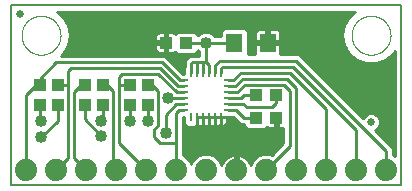
<source format=gtl>
G75*
%MOIN*%
%OFA0B0*%
%FSLAX25Y25*%
%IPPOS*%
%LPD*%
%AMOC8*
5,1,8,0,0,1.08239X$1,22.5*
%
%ADD10C,0.00800*%
%ADD11R,0.02756X0.01142*%
%ADD12R,0.01142X0.02756*%
%ADD13R,0.04331X0.03937*%
%ADD14R,0.05512X0.06299*%
%ADD15R,0.03937X0.04331*%
%ADD16C,0.00000*%
%ADD17C,0.07400*%
%ADD18C,0.02500*%
%ADD19C,0.01000*%
%ADD20C,0.04000*%
D10*
X0002250Y0010500D02*
X0132250Y0010500D01*
X0132250Y0070500D01*
X0002250Y0070500D01*
X0002250Y0010500D01*
D11*
X0059868Y0035579D03*
X0059868Y0037547D03*
X0059868Y0039516D03*
X0059868Y0041484D03*
X0059868Y0043453D03*
X0059868Y0045421D03*
X0074632Y0045421D03*
X0074632Y0043453D03*
X0074632Y0041484D03*
X0074632Y0039516D03*
X0074632Y0037547D03*
X0074632Y0035579D03*
D12*
X0072171Y0033118D03*
X0070203Y0033118D03*
X0068234Y0033118D03*
X0066266Y0033118D03*
X0064297Y0033118D03*
X0062329Y0033118D03*
X0062329Y0047882D03*
X0064297Y0047882D03*
X0066266Y0047882D03*
X0068234Y0047882D03*
X0070203Y0047882D03*
X0072171Y0047882D03*
D13*
X0083904Y0040500D03*
X0090596Y0040500D03*
X0090596Y0033000D03*
X0083904Y0033000D03*
X0060596Y0058000D03*
X0053904Y0058000D03*
D14*
X0076738Y0058000D03*
X0087762Y0058000D03*
D15*
X0047750Y0043846D03*
X0041750Y0043846D03*
X0032750Y0043846D03*
X0026750Y0043846D03*
X0017750Y0043846D03*
X0011750Y0043846D03*
X0011750Y0037154D03*
X0017750Y0037154D03*
X0026750Y0037154D03*
X0032750Y0037154D03*
X0041750Y0037154D03*
X0047750Y0037154D03*
D16*
X0005750Y0060500D02*
X0005752Y0060661D01*
X0005758Y0060821D01*
X0005768Y0060982D01*
X0005782Y0061142D01*
X0005800Y0061302D01*
X0005821Y0061461D01*
X0005847Y0061620D01*
X0005877Y0061778D01*
X0005910Y0061935D01*
X0005948Y0062092D01*
X0005989Y0062247D01*
X0006034Y0062401D01*
X0006083Y0062554D01*
X0006136Y0062706D01*
X0006192Y0062857D01*
X0006253Y0063006D01*
X0006316Y0063154D01*
X0006384Y0063300D01*
X0006455Y0063444D01*
X0006529Y0063586D01*
X0006607Y0063727D01*
X0006689Y0063865D01*
X0006774Y0064002D01*
X0006862Y0064136D01*
X0006954Y0064268D01*
X0007049Y0064398D01*
X0007147Y0064526D01*
X0007248Y0064651D01*
X0007352Y0064773D01*
X0007459Y0064893D01*
X0007569Y0065010D01*
X0007682Y0065125D01*
X0007798Y0065236D01*
X0007917Y0065345D01*
X0008038Y0065450D01*
X0008162Y0065553D01*
X0008288Y0065653D01*
X0008416Y0065749D01*
X0008547Y0065842D01*
X0008681Y0065932D01*
X0008816Y0066019D01*
X0008954Y0066102D01*
X0009093Y0066182D01*
X0009235Y0066258D01*
X0009378Y0066331D01*
X0009523Y0066400D01*
X0009670Y0066466D01*
X0009818Y0066528D01*
X0009968Y0066586D01*
X0010119Y0066641D01*
X0010272Y0066692D01*
X0010426Y0066739D01*
X0010581Y0066782D01*
X0010737Y0066821D01*
X0010893Y0066857D01*
X0011051Y0066888D01*
X0011209Y0066916D01*
X0011368Y0066940D01*
X0011528Y0066960D01*
X0011688Y0066976D01*
X0011848Y0066988D01*
X0012009Y0066996D01*
X0012170Y0067000D01*
X0012330Y0067000D01*
X0012491Y0066996D01*
X0012652Y0066988D01*
X0012812Y0066976D01*
X0012972Y0066960D01*
X0013132Y0066940D01*
X0013291Y0066916D01*
X0013449Y0066888D01*
X0013607Y0066857D01*
X0013763Y0066821D01*
X0013919Y0066782D01*
X0014074Y0066739D01*
X0014228Y0066692D01*
X0014381Y0066641D01*
X0014532Y0066586D01*
X0014682Y0066528D01*
X0014830Y0066466D01*
X0014977Y0066400D01*
X0015122Y0066331D01*
X0015265Y0066258D01*
X0015407Y0066182D01*
X0015546Y0066102D01*
X0015684Y0066019D01*
X0015819Y0065932D01*
X0015953Y0065842D01*
X0016084Y0065749D01*
X0016212Y0065653D01*
X0016338Y0065553D01*
X0016462Y0065450D01*
X0016583Y0065345D01*
X0016702Y0065236D01*
X0016818Y0065125D01*
X0016931Y0065010D01*
X0017041Y0064893D01*
X0017148Y0064773D01*
X0017252Y0064651D01*
X0017353Y0064526D01*
X0017451Y0064398D01*
X0017546Y0064268D01*
X0017638Y0064136D01*
X0017726Y0064002D01*
X0017811Y0063865D01*
X0017893Y0063727D01*
X0017971Y0063586D01*
X0018045Y0063444D01*
X0018116Y0063300D01*
X0018184Y0063154D01*
X0018247Y0063006D01*
X0018308Y0062857D01*
X0018364Y0062706D01*
X0018417Y0062554D01*
X0018466Y0062401D01*
X0018511Y0062247D01*
X0018552Y0062092D01*
X0018590Y0061935D01*
X0018623Y0061778D01*
X0018653Y0061620D01*
X0018679Y0061461D01*
X0018700Y0061302D01*
X0018718Y0061142D01*
X0018732Y0060982D01*
X0018742Y0060821D01*
X0018748Y0060661D01*
X0018750Y0060500D01*
X0018748Y0060339D01*
X0018742Y0060179D01*
X0018732Y0060018D01*
X0018718Y0059858D01*
X0018700Y0059698D01*
X0018679Y0059539D01*
X0018653Y0059380D01*
X0018623Y0059222D01*
X0018590Y0059065D01*
X0018552Y0058908D01*
X0018511Y0058753D01*
X0018466Y0058599D01*
X0018417Y0058446D01*
X0018364Y0058294D01*
X0018308Y0058143D01*
X0018247Y0057994D01*
X0018184Y0057846D01*
X0018116Y0057700D01*
X0018045Y0057556D01*
X0017971Y0057414D01*
X0017893Y0057273D01*
X0017811Y0057135D01*
X0017726Y0056998D01*
X0017638Y0056864D01*
X0017546Y0056732D01*
X0017451Y0056602D01*
X0017353Y0056474D01*
X0017252Y0056349D01*
X0017148Y0056227D01*
X0017041Y0056107D01*
X0016931Y0055990D01*
X0016818Y0055875D01*
X0016702Y0055764D01*
X0016583Y0055655D01*
X0016462Y0055550D01*
X0016338Y0055447D01*
X0016212Y0055347D01*
X0016084Y0055251D01*
X0015953Y0055158D01*
X0015819Y0055068D01*
X0015684Y0054981D01*
X0015546Y0054898D01*
X0015407Y0054818D01*
X0015265Y0054742D01*
X0015122Y0054669D01*
X0014977Y0054600D01*
X0014830Y0054534D01*
X0014682Y0054472D01*
X0014532Y0054414D01*
X0014381Y0054359D01*
X0014228Y0054308D01*
X0014074Y0054261D01*
X0013919Y0054218D01*
X0013763Y0054179D01*
X0013607Y0054143D01*
X0013449Y0054112D01*
X0013291Y0054084D01*
X0013132Y0054060D01*
X0012972Y0054040D01*
X0012812Y0054024D01*
X0012652Y0054012D01*
X0012491Y0054004D01*
X0012330Y0054000D01*
X0012170Y0054000D01*
X0012009Y0054004D01*
X0011848Y0054012D01*
X0011688Y0054024D01*
X0011528Y0054040D01*
X0011368Y0054060D01*
X0011209Y0054084D01*
X0011051Y0054112D01*
X0010893Y0054143D01*
X0010737Y0054179D01*
X0010581Y0054218D01*
X0010426Y0054261D01*
X0010272Y0054308D01*
X0010119Y0054359D01*
X0009968Y0054414D01*
X0009818Y0054472D01*
X0009670Y0054534D01*
X0009523Y0054600D01*
X0009378Y0054669D01*
X0009235Y0054742D01*
X0009093Y0054818D01*
X0008954Y0054898D01*
X0008816Y0054981D01*
X0008681Y0055068D01*
X0008547Y0055158D01*
X0008416Y0055251D01*
X0008288Y0055347D01*
X0008162Y0055447D01*
X0008038Y0055550D01*
X0007917Y0055655D01*
X0007798Y0055764D01*
X0007682Y0055875D01*
X0007569Y0055990D01*
X0007459Y0056107D01*
X0007352Y0056227D01*
X0007248Y0056349D01*
X0007147Y0056474D01*
X0007049Y0056602D01*
X0006954Y0056732D01*
X0006862Y0056864D01*
X0006774Y0056998D01*
X0006689Y0057135D01*
X0006607Y0057273D01*
X0006529Y0057414D01*
X0006455Y0057556D01*
X0006384Y0057700D01*
X0006316Y0057846D01*
X0006253Y0057994D01*
X0006192Y0058143D01*
X0006136Y0058294D01*
X0006083Y0058446D01*
X0006034Y0058599D01*
X0005989Y0058753D01*
X0005948Y0058908D01*
X0005910Y0059065D01*
X0005877Y0059222D01*
X0005847Y0059380D01*
X0005821Y0059539D01*
X0005800Y0059698D01*
X0005782Y0059858D01*
X0005768Y0060018D01*
X0005758Y0060179D01*
X0005752Y0060339D01*
X0005750Y0060500D01*
X0115750Y0060500D02*
X0115752Y0060661D01*
X0115758Y0060821D01*
X0115768Y0060982D01*
X0115782Y0061142D01*
X0115800Y0061302D01*
X0115821Y0061461D01*
X0115847Y0061620D01*
X0115877Y0061778D01*
X0115910Y0061935D01*
X0115948Y0062092D01*
X0115989Y0062247D01*
X0116034Y0062401D01*
X0116083Y0062554D01*
X0116136Y0062706D01*
X0116192Y0062857D01*
X0116253Y0063006D01*
X0116316Y0063154D01*
X0116384Y0063300D01*
X0116455Y0063444D01*
X0116529Y0063586D01*
X0116607Y0063727D01*
X0116689Y0063865D01*
X0116774Y0064002D01*
X0116862Y0064136D01*
X0116954Y0064268D01*
X0117049Y0064398D01*
X0117147Y0064526D01*
X0117248Y0064651D01*
X0117352Y0064773D01*
X0117459Y0064893D01*
X0117569Y0065010D01*
X0117682Y0065125D01*
X0117798Y0065236D01*
X0117917Y0065345D01*
X0118038Y0065450D01*
X0118162Y0065553D01*
X0118288Y0065653D01*
X0118416Y0065749D01*
X0118547Y0065842D01*
X0118681Y0065932D01*
X0118816Y0066019D01*
X0118954Y0066102D01*
X0119093Y0066182D01*
X0119235Y0066258D01*
X0119378Y0066331D01*
X0119523Y0066400D01*
X0119670Y0066466D01*
X0119818Y0066528D01*
X0119968Y0066586D01*
X0120119Y0066641D01*
X0120272Y0066692D01*
X0120426Y0066739D01*
X0120581Y0066782D01*
X0120737Y0066821D01*
X0120893Y0066857D01*
X0121051Y0066888D01*
X0121209Y0066916D01*
X0121368Y0066940D01*
X0121528Y0066960D01*
X0121688Y0066976D01*
X0121848Y0066988D01*
X0122009Y0066996D01*
X0122170Y0067000D01*
X0122330Y0067000D01*
X0122491Y0066996D01*
X0122652Y0066988D01*
X0122812Y0066976D01*
X0122972Y0066960D01*
X0123132Y0066940D01*
X0123291Y0066916D01*
X0123449Y0066888D01*
X0123607Y0066857D01*
X0123763Y0066821D01*
X0123919Y0066782D01*
X0124074Y0066739D01*
X0124228Y0066692D01*
X0124381Y0066641D01*
X0124532Y0066586D01*
X0124682Y0066528D01*
X0124830Y0066466D01*
X0124977Y0066400D01*
X0125122Y0066331D01*
X0125265Y0066258D01*
X0125407Y0066182D01*
X0125546Y0066102D01*
X0125684Y0066019D01*
X0125819Y0065932D01*
X0125953Y0065842D01*
X0126084Y0065749D01*
X0126212Y0065653D01*
X0126338Y0065553D01*
X0126462Y0065450D01*
X0126583Y0065345D01*
X0126702Y0065236D01*
X0126818Y0065125D01*
X0126931Y0065010D01*
X0127041Y0064893D01*
X0127148Y0064773D01*
X0127252Y0064651D01*
X0127353Y0064526D01*
X0127451Y0064398D01*
X0127546Y0064268D01*
X0127638Y0064136D01*
X0127726Y0064002D01*
X0127811Y0063865D01*
X0127893Y0063727D01*
X0127971Y0063586D01*
X0128045Y0063444D01*
X0128116Y0063300D01*
X0128184Y0063154D01*
X0128247Y0063006D01*
X0128308Y0062857D01*
X0128364Y0062706D01*
X0128417Y0062554D01*
X0128466Y0062401D01*
X0128511Y0062247D01*
X0128552Y0062092D01*
X0128590Y0061935D01*
X0128623Y0061778D01*
X0128653Y0061620D01*
X0128679Y0061461D01*
X0128700Y0061302D01*
X0128718Y0061142D01*
X0128732Y0060982D01*
X0128742Y0060821D01*
X0128748Y0060661D01*
X0128750Y0060500D01*
X0128748Y0060339D01*
X0128742Y0060179D01*
X0128732Y0060018D01*
X0128718Y0059858D01*
X0128700Y0059698D01*
X0128679Y0059539D01*
X0128653Y0059380D01*
X0128623Y0059222D01*
X0128590Y0059065D01*
X0128552Y0058908D01*
X0128511Y0058753D01*
X0128466Y0058599D01*
X0128417Y0058446D01*
X0128364Y0058294D01*
X0128308Y0058143D01*
X0128247Y0057994D01*
X0128184Y0057846D01*
X0128116Y0057700D01*
X0128045Y0057556D01*
X0127971Y0057414D01*
X0127893Y0057273D01*
X0127811Y0057135D01*
X0127726Y0056998D01*
X0127638Y0056864D01*
X0127546Y0056732D01*
X0127451Y0056602D01*
X0127353Y0056474D01*
X0127252Y0056349D01*
X0127148Y0056227D01*
X0127041Y0056107D01*
X0126931Y0055990D01*
X0126818Y0055875D01*
X0126702Y0055764D01*
X0126583Y0055655D01*
X0126462Y0055550D01*
X0126338Y0055447D01*
X0126212Y0055347D01*
X0126084Y0055251D01*
X0125953Y0055158D01*
X0125819Y0055068D01*
X0125684Y0054981D01*
X0125546Y0054898D01*
X0125407Y0054818D01*
X0125265Y0054742D01*
X0125122Y0054669D01*
X0124977Y0054600D01*
X0124830Y0054534D01*
X0124682Y0054472D01*
X0124532Y0054414D01*
X0124381Y0054359D01*
X0124228Y0054308D01*
X0124074Y0054261D01*
X0123919Y0054218D01*
X0123763Y0054179D01*
X0123607Y0054143D01*
X0123449Y0054112D01*
X0123291Y0054084D01*
X0123132Y0054060D01*
X0122972Y0054040D01*
X0122812Y0054024D01*
X0122652Y0054012D01*
X0122491Y0054004D01*
X0122330Y0054000D01*
X0122170Y0054000D01*
X0122009Y0054004D01*
X0121848Y0054012D01*
X0121688Y0054024D01*
X0121528Y0054040D01*
X0121368Y0054060D01*
X0121209Y0054084D01*
X0121051Y0054112D01*
X0120893Y0054143D01*
X0120737Y0054179D01*
X0120581Y0054218D01*
X0120426Y0054261D01*
X0120272Y0054308D01*
X0120119Y0054359D01*
X0119968Y0054414D01*
X0119818Y0054472D01*
X0119670Y0054534D01*
X0119523Y0054600D01*
X0119378Y0054669D01*
X0119235Y0054742D01*
X0119093Y0054818D01*
X0118954Y0054898D01*
X0118816Y0054981D01*
X0118681Y0055068D01*
X0118547Y0055158D01*
X0118416Y0055251D01*
X0118288Y0055347D01*
X0118162Y0055447D01*
X0118038Y0055550D01*
X0117917Y0055655D01*
X0117798Y0055764D01*
X0117682Y0055875D01*
X0117569Y0055990D01*
X0117459Y0056107D01*
X0117352Y0056227D01*
X0117248Y0056349D01*
X0117147Y0056474D01*
X0117049Y0056602D01*
X0116954Y0056732D01*
X0116862Y0056864D01*
X0116774Y0056998D01*
X0116689Y0057135D01*
X0116607Y0057273D01*
X0116529Y0057414D01*
X0116455Y0057556D01*
X0116384Y0057700D01*
X0116316Y0057846D01*
X0116253Y0057994D01*
X0116192Y0058143D01*
X0116136Y0058294D01*
X0116083Y0058446D01*
X0116034Y0058599D01*
X0115989Y0058753D01*
X0115948Y0058908D01*
X0115910Y0059065D01*
X0115877Y0059222D01*
X0115847Y0059380D01*
X0115821Y0059539D01*
X0115800Y0059698D01*
X0115782Y0059858D01*
X0115768Y0060018D01*
X0115758Y0060179D01*
X0115752Y0060339D01*
X0115750Y0060500D01*
D17*
X0117250Y0015500D03*
X0107250Y0015500D03*
X0097250Y0015500D03*
X0087250Y0015500D03*
X0077250Y0015500D03*
X0067250Y0015500D03*
X0057250Y0015500D03*
X0047250Y0015500D03*
X0037250Y0015500D03*
X0027250Y0015500D03*
X0017250Y0015500D03*
X0007250Y0015500D03*
X0127250Y0015500D03*
D18*
X0122250Y0031500D03*
X0005250Y0067500D03*
D19*
X0017459Y0068400D02*
X0117041Y0068400D01*
X0114938Y0066635D01*
X0113281Y0063765D01*
X0112705Y0060500D01*
X0112705Y0060500D01*
X0113281Y0057235D01*
X0114938Y0054365D01*
X0114938Y0054365D01*
X0117477Y0052234D01*
X0117477Y0052234D01*
X0120593Y0051100D01*
X0123907Y0051100D01*
X0127022Y0052234D01*
X0127023Y0052234D01*
X0129562Y0054365D01*
X0130150Y0055383D01*
X0130150Y0020144D01*
X0129450Y0020434D01*
X0129450Y0022911D01*
X0123526Y0028835D01*
X0123921Y0028999D01*
X0124751Y0029829D01*
X0125200Y0030913D01*
X0125200Y0032087D01*
X0124751Y0033171D01*
X0123921Y0034001D01*
X0122837Y0034450D01*
X0121663Y0034450D01*
X0120579Y0034001D01*
X0119749Y0033171D01*
X0119585Y0032776D01*
X0098161Y0054200D01*
X0091874Y0054200D01*
X0091915Y0054271D01*
X0092018Y0054653D01*
X0092018Y0057500D01*
X0088262Y0057500D01*
X0088262Y0058500D01*
X0092018Y0058500D01*
X0092018Y0061347D01*
X0091915Y0061729D01*
X0091718Y0062071D01*
X0091439Y0062350D01*
X0091097Y0062547D01*
X0090715Y0062650D01*
X0088262Y0062650D01*
X0088262Y0058500D01*
X0087262Y0058500D01*
X0087262Y0062650D01*
X0084808Y0062650D01*
X0084427Y0062547D01*
X0084085Y0062350D01*
X0083806Y0062071D01*
X0083608Y0061729D01*
X0083506Y0061347D01*
X0083506Y0058500D01*
X0087262Y0058500D01*
X0087262Y0057500D01*
X0083506Y0057500D01*
X0083506Y0054653D01*
X0083608Y0054271D01*
X0083649Y0054200D01*
X0081194Y0054200D01*
X0081194Y0061854D01*
X0080198Y0062850D01*
X0073278Y0062850D01*
X0072282Y0061854D01*
X0072282Y0060200D01*
X0070283Y0060200D01*
X0069346Y0061137D01*
X0067986Y0061700D01*
X0066514Y0061700D01*
X0065154Y0061137D01*
X0064462Y0060444D01*
X0064462Y0060673D01*
X0063466Y0061668D01*
X0057727Y0061668D01*
X0057109Y0061050D01*
X0056990Y0061169D01*
X0056648Y0061366D01*
X0056266Y0061468D01*
X0054388Y0061468D01*
X0054388Y0058484D01*
X0053419Y0058484D01*
X0053419Y0057516D01*
X0050238Y0057516D01*
X0050238Y0055834D01*
X0050340Y0055453D01*
X0050538Y0055110D01*
X0050817Y0054831D01*
X0051159Y0054634D01*
X0051541Y0054531D01*
X0053419Y0054531D01*
X0053419Y0057516D01*
X0054388Y0057516D01*
X0054388Y0054531D01*
X0056266Y0054531D01*
X0056648Y0054634D01*
X0056990Y0054831D01*
X0057109Y0054950D01*
X0057727Y0054331D01*
X0063466Y0054331D01*
X0064462Y0055327D01*
X0064462Y0055556D01*
X0065050Y0054967D01*
X0065050Y0053700D01*
X0061839Y0053700D01*
X0060550Y0052411D01*
X0060129Y0051990D01*
X0060129Y0050035D01*
X0060058Y0049964D01*
X0060058Y0047692D01*
X0059519Y0047692D01*
X0053511Y0053700D01*
X0018770Y0053700D01*
X0019562Y0054365D01*
X0021219Y0057235D01*
X0021219Y0057235D01*
X0021795Y0060500D01*
X0021219Y0063765D01*
X0019562Y0066635D01*
X0019562Y0066635D01*
X0017459Y0068400D01*
X0018633Y0067415D02*
X0115867Y0067415D01*
X0114938Y0066635D02*
X0114938Y0066635D01*
X0114938Y0066635D01*
X0114812Y0066417D02*
X0019688Y0066417D01*
X0020265Y0065418D02*
X0114235Y0065418D01*
X0113659Y0064420D02*
X0020841Y0064420D01*
X0021219Y0063765D02*
X0021219Y0063765D01*
X0021280Y0063421D02*
X0113220Y0063421D01*
X0113281Y0063765D02*
X0113281Y0063765D01*
X0113044Y0062423D02*
X0091313Y0062423D01*
X0091997Y0061424D02*
X0112868Y0061424D01*
X0112718Y0060426D02*
X0092018Y0060426D01*
X0092018Y0059427D02*
X0112894Y0059427D01*
X0113070Y0058429D02*
X0088262Y0058429D01*
X0088262Y0059427D02*
X0087262Y0059427D01*
X0087262Y0058429D02*
X0081194Y0058429D01*
X0081194Y0059427D02*
X0083506Y0059427D01*
X0083506Y0060426D02*
X0081194Y0060426D01*
X0081194Y0061424D02*
X0083527Y0061424D01*
X0084211Y0062423D02*
X0080625Y0062423D01*
X0087262Y0062423D02*
X0088262Y0062423D01*
X0088262Y0061424D02*
X0087262Y0061424D01*
X0087262Y0060426D02*
X0088262Y0060426D01*
X0092018Y0057430D02*
X0113246Y0057430D01*
X0113281Y0057235D02*
X0113281Y0057235D01*
X0113745Y0056432D02*
X0092018Y0056432D01*
X0092018Y0055433D02*
X0114321Y0055433D01*
X0114898Y0054434D02*
X0091959Y0054434D01*
X0097250Y0052000D02*
X0127250Y0022000D01*
X0127250Y0015500D01*
X0129450Y0020485D02*
X0130150Y0020485D01*
X0130150Y0021484D02*
X0129450Y0021484D01*
X0129450Y0022482D02*
X0130150Y0022482D01*
X0130150Y0023481D02*
X0128881Y0023481D01*
X0127882Y0024479D02*
X0130150Y0024479D01*
X0130150Y0025478D02*
X0126884Y0025478D01*
X0125885Y0026476D02*
X0130150Y0026476D01*
X0130150Y0027475D02*
X0124887Y0027475D01*
X0123888Y0028473D02*
X0130150Y0028473D01*
X0130150Y0029472D02*
X0124394Y0029472D01*
X0125016Y0030470D02*
X0130150Y0030470D01*
X0130150Y0031469D02*
X0125200Y0031469D01*
X0125042Y0032467D02*
X0130150Y0032467D01*
X0130150Y0033466D02*
X0124456Y0033466D01*
X0120044Y0033466D02*
X0118895Y0033466D01*
X0117897Y0034464D02*
X0130150Y0034464D01*
X0130150Y0035463D02*
X0116898Y0035463D01*
X0115900Y0036461D02*
X0130150Y0036461D01*
X0130150Y0037460D02*
X0114901Y0037460D01*
X0113903Y0038458D02*
X0130150Y0038458D01*
X0130150Y0039457D02*
X0112904Y0039457D01*
X0111906Y0040455D02*
X0130150Y0040455D01*
X0130150Y0041454D02*
X0110907Y0041454D01*
X0109909Y0042452D02*
X0130150Y0042452D01*
X0130150Y0043451D02*
X0108910Y0043451D01*
X0107912Y0044449D02*
X0130150Y0044449D01*
X0130150Y0045448D02*
X0106913Y0045448D01*
X0105915Y0046446D02*
X0130150Y0046446D01*
X0130150Y0047445D02*
X0104916Y0047445D01*
X0103918Y0048443D02*
X0130150Y0048443D01*
X0130150Y0049442D02*
X0102919Y0049442D01*
X0101921Y0050440D02*
X0130150Y0050440D01*
X0130150Y0051439D02*
X0124839Y0051439D01*
X0127265Y0052437D02*
X0130150Y0052437D01*
X0130150Y0053436D02*
X0128455Y0053436D01*
X0129562Y0054365D02*
X0129562Y0054365D01*
X0129562Y0054365D01*
X0129602Y0054434D02*
X0130150Y0054434D01*
X0119661Y0051439D02*
X0100922Y0051439D01*
X0099924Y0052437D02*
X0117235Y0052437D01*
X0116045Y0053436D02*
X0098925Y0053436D01*
X0097250Y0052000D02*
X0071750Y0052000D01*
X0070203Y0050453D01*
X0070203Y0047882D01*
X0068234Y0047882D02*
X0068234Y0050516D01*
X0067250Y0051500D01*
X0066250Y0051500D01*
X0066266Y0051484D01*
X0066266Y0047882D01*
X0064297Y0047882D02*
X0064297Y0051453D01*
X0064250Y0051500D01*
X0066250Y0051500D01*
X0067250Y0051500D02*
X0067250Y0058000D01*
X0076738Y0058000D01*
X0081194Y0057430D02*
X0083506Y0057430D01*
X0083506Y0056432D02*
X0081194Y0056432D01*
X0081194Y0055433D02*
X0083506Y0055433D01*
X0083564Y0054434D02*
X0081194Y0054434D01*
X0072750Y0050000D02*
X0096250Y0050000D01*
X0117250Y0029000D01*
X0117250Y0015500D01*
X0107250Y0015500D02*
X0107250Y0036000D01*
X0095250Y0048000D01*
X0078850Y0048000D01*
X0076271Y0045421D01*
X0074632Y0045421D01*
X0074632Y0043453D02*
X0076903Y0043453D01*
X0079450Y0046000D01*
X0094250Y0046000D01*
X0097250Y0043000D01*
X0097250Y0015500D01*
X0095250Y0023500D02*
X0087250Y0015500D01*
X0082229Y0017490D02*
X0082071Y0017490D01*
X0082069Y0017496D02*
X0081697Y0018225D01*
X0081216Y0018888D01*
X0080638Y0019466D01*
X0079975Y0019947D01*
X0079246Y0020319D01*
X0078468Y0020572D01*
X0077750Y0020686D01*
X0077750Y0016000D01*
X0076750Y0016000D01*
X0076750Y0020686D01*
X0076032Y0020572D01*
X0075254Y0020319D01*
X0074525Y0019947D01*
X0073862Y0019466D01*
X0073284Y0018888D01*
X0072803Y0018225D01*
X0072431Y0017496D01*
X0072359Y0017276D01*
X0071828Y0018559D01*
X0070309Y0020078D01*
X0068324Y0020900D01*
X0066176Y0020900D01*
X0064191Y0020078D01*
X0062672Y0018559D01*
X0062250Y0017540D01*
X0061828Y0018559D01*
X0060309Y0020078D01*
X0059450Y0020434D01*
X0059450Y0033308D01*
X0060058Y0033308D01*
X0060058Y0031036D01*
X0061054Y0030040D01*
X0063604Y0030040D01*
X0063804Y0030240D01*
X0064297Y0030240D01*
X0064297Y0030734D01*
X0064297Y0030240D01*
X0065066Y0030240D01*
X0065281Y0030298D01*
X0065497Y0030240D01*
X0066266Y0030240D01*
X0067034Y0030240D01*
X0067250Y0030298D01*
X0067466Y0030240D01*
X0068234Y0030240D01*
X0068234Y0031161D01*
X0068234Y0031161D01*
X0068234Y0031161D01*
X0068234Y0030240D01*
X0069003Y0030240D01*
X0069219Y0030298D01*
X0069434Y0030240D01*
X0070203Y0030240D01*
X0070971Y0030240D01*
X0071187Y0030298D01*
X0071403Y0030240D01*
X0072171Y0030240D01*
X0072171Y0031161D01*
X0072171Y0031161D01*
X0072171Y0030240D01*
X0072940Y0030240D01*
X0073321Y0030342D01*
X0073663Y0030540D01*
X0073942Y0030819D01*
X0074140Y0031161D01*
X0074242Y0031543D01*
X0074242Y0033118D01*
X0072171Y0033118D01*
X0070203Y0033118D01*
X0070203Y0033118D01*
X0070305Y0033118D01*
X0072171Y0033118D01*
X0072171Y0033118D01*
X0072171Y0030921D01*
X0071250Y0030000D01*
X0070250Y0030000D01*
X0070203Y0030047D01*
X0070203Y0033118D01*
X0068234Y0033118D01*
X0066266Y0033118D01*
X0066266Y0033118D01*
X0068234Y0033118D01*
X0068234Y0033118D01*
X0068234Y0030016D01*
X0068250Y0030000D01*
X0066250Y0030000D01*
X0066266Y0030016D01*
X0066266Y0033118D01*
X0064600Y0033118D01*
X0064600Y0033118D01*
X0066163Y0033118D01*
X0066266Y0033118D01*
X0066266Y0033118D01*
X0064297Y0033118D02*
X0064297Y0030453D01*
X0064750Y0030000D01*
X0066250Y0030000D01*
X0066266Y0030240D02*
X0066266Y0031161D01*
X0066266Y0030240D01*
X0066266Y0030470D02*
X0066266Y0030470D01*
X0066266Y0031161D02*
X0066266Y0031161D01*
X0066266Y0031161D01*
X0064297Y0030734D02*
X0064297Y0030734D01*
X0064297Y0030470D02*
X0064297Y0030470D01*
X0060624Y0030470D02*
X0059450Y0030470D01*
X0059450Y0029472D02*
X0080894Y0029472D01*
X0081034Y0029331D02*
X0086773Y0029331D01*
X0087391Y0029950D01*
X0087510Y0029831D01*
X0087852Y0029634D01*
X0088234Y0029531D01*
X0090112Y0029531D01*
X0090112Y0032516D01*
X0091081Y0032516D01*
X0091081Y0029531D01*
X0092959Y0029531D01*
X0093050Y0029556D01*
X0093050Y0024411D01*
X0089183Y0020544D01*
X0088324Y0020900D01*
X0086176Y0020900D01*
X0084191Y0020078D01*
X0082672Y0018559D01*
X0082141Y0017276D01*
X0082069Y0017496D01*
X0081507Y0018488D02*
X0082643Y0018488D01*
X0083600Y0019487D02*
X0080610Y0019487D01*
X0078735Y0020485D02*
X0085174Y0020485D01*
X0090122Y0021484D02*
X0059450Y0021484D01*
X0059450Y0022482D02*
X0091121Y0022482D01*
X0092119Y0023481D02*
X0059450Y0023481D01*
X0059450Y0024479D02*
X0093050Y0024479D01*
X0093050Y0025478D02*
X0059450Y0025478D01*
X0059450Y0026476D02*
X0093050Y0026476D01*
X0093050Y0027475D02*
X0059450Y0027475D01*
X0059450Y0028473D02*
X0093050Y0028473D01*
X0093050Y0029472D02*
X0086913Y0029472D01*
X0090112Y0030470D02*
X0091081Y0030470D01*
X0091081Y0031469D02*
X0090112Y0031469D01*
X0090112Y0032467D02*
X0091081Y0032467D01*
X0089250Y0036500D02*
X0090596Y0037846D01*
X0090596Y0040500D01*
X0093250Y0044000D02*
X0095250Y0042000D01*
X0095250Y0023500D01*
X0081034Y0029331D02*
X0080038Y0030327D01*
X0080038Y0030800D01*
X0078839Y0030800D01*
X0076331Y0033308D01*
X0074242Y0033308D01*
X0074242Y0033118D01*
X0072171Y0033118D01*
X0072171Y0033118D01*
X0074242Y0032467D02*
X0077171Y0032467D01*
X0078170Y0031469D02*
X0074222Y0031469D01*
X0073543Y0030470D02*
X0080038Y0030470D01*
X0079750Y0033000D02*
X0077171Y0035579D01*
X0074632Y0035579D01*
X0074632Y0037547D02*
X0079703Y0037547D01*
X0080750Y0036500D01*
X0089250Y0036500D01*
X0083904Y0033000D02*
X0079750Y0033000D01*
X0072171Y0030470D02*
X0072171Y0030470D01*
X0070203Y0030470D02*
X0070203Y0030470D01*
X0070203Y0030240D02*
X0070203Y0031161D01*
X0070203Y0031161D01*
X0070203Y0031161D01*
X0070203Y0030240D01*
X0070250Y0030000D02*
X0068250Y0030000D01*
X0068234Y0030470D02*
X0068234Y0030470D01*
X0068234Y0033118D02*
X0068234Y0033118D01*
X0070203Y0033118D01*
X0070203Y0033118D01*
X0060058Y0032467D02*
X0059450Y0032467D01*
X0059450Y0031469D02*
X0060058Y0031469D01*
X0057250Y0034700D02*
X0057250Y0024500D01*
X0051750Y0024500D01*
X0049750Y0026500D01*
X0049750Y0029000D01*
X0051250Y0030500D01*
X0051250Y0042000D01*
X0049404Y0043846D01*
X0047750Y0043846D01*
X0051400Y0047500D02*
X0039250Y0047500D01*
X0038250Y0046500D01*
X0038250Y0044000D01*
X0038404Y0043846D01*
X0041750Y0043846D01*
X0038250Y0044000D02*
X0038250Y0024500D01*
X0047250Y0015500D01*
X0037250Y0015500D02*
X0036250Y0016500D01*
X0036250Y0042000D01*
X0034404Y0043846D01*
X0032750Y0043846D01*
X0026750Y0043846D02*
X0025596Y0043846D01*
X0023250Y0041500D01*
X0023250Y0019500D01*
X0027250Y0015500D01*
X0021250Y0019500D02*
X0021250Y0043500D01*
X0020904Y0043846D01*
X0017750Y0043846D01*
X0021250Y0043500D02*
X0021250Y0048453D01*
X0022297Y0049500D01*
X0052000Y0049500D01*
X0058047Y0043453D01*
X0059868Y0043453D01*
X0059868Y0041484D02*
X0057416Y0041484D01*
X0051400Y0047500D01*
X0056771Y0050440D02*
X0060129Y0050440D01*
X0060129Y0051439D02*
X0055772Y0051439D01*
X0054774Y0052437D02*
X0060576Y0052437D01*
X0061575Y0053436D02*
X0053775Y0053436D01*
X0053419Y0055433D02*
X0054388Y0055433D01*
X0054388Y0056432D02*
X0053419Y0056432D01*
X0053419Y0057430D02*
X0054388Y0057430D01*
X0053419Y0058429D02*
X0021430Y0058429D01*
X0021606Y0059427D02*
X0050238Y0059427D01*
X0050238Y0060166D02*
X0050238Y0058484D01*
X0053419Y0058484D01*
X0053419Y0061468D01*
X0051541Y0061468D01*
X0051159Y0061366D01*
X0050817Y0061169D01*
X0050538Y0060890D01*
X0050340Y0060547D01*
X0050238Y0060166D01*
X0050308Y0060426D02*
X0021782Y0060426D01*
X0021795Y0060500D02*
X0021795Y0060500D01*
X0021632Y0061424D02*
X0051375Y0061424D01*
X0053419Y0061424D02*
X0054388Y0061424D01*
X0054388Y0060426D02*
X0053419Y0060426D01*
X0053419Y0059427D02*
X0054388Y0059427D01*
X0056432Y0061424D02*
X0057483Y0061424D01*
X0060596Y0058000D02*
X0067250Y0058000D01*
X0064584Y0055433D02*
X0064462Y0055433D01*
X0065050Y0054434D02*
X0063569Y0054434D01*
X0064250Y0051500D02*
X0062750Y0051500D01*
X0062329Y0051079D01*
X0062329Y0047882D01*
X0060058Y0048443D02*
X0058768Y0048443D01*
X0057769Y0049442D02*
X0060058Y0049442D01*
X0059868Y0045421D02*
X0058679Y0045421D01*
X0052600Y0051500D01*
X0017250Y0051500D01*
X0011750Y0046000D01*
X0011750Y0043846D01*
X0010596Y0043846D01*
X0007250Y0040500D01*
X0007250Y0015500D01*
X0017250Y0015500D02*
X0021250Y0019500D01*
X0012250Y0026500D02*
X0017750Y0032000D01*
X0017750Y0037154D01*
X0011750Y0037154D02*
X0011750Y0032500D01*
X0012250Y0032000D01*
X0026750Y0032500D02*
X0032250Y0027000D01*
X0032250Y0032000D02*
X0032750Y0032500D01*
X0032750Y0037154D01*
X0026750Y0037154D02*
X0026750Y0032500D01*
X0041750Y0032000D02*
X0041750Y0037154D01*
X0047750Y0037154D02*
X0047750Y0032000D01*
X0053750Y0033900D02*
X0053750Y0028000D01*
X0057250Y0024500D02*
X0057250Y0015500D01*
X0061857Y0018488D02*
X0062643Y0018488D01*
X0063600Y0019487D02*
X0060900Y0019487D01*
X0059450Y0020485D02*
X0065174Y0020485D01*
X0069326Y0020485D02*
X0075765Y0020485D01*
X0076750Y0020485D02*
X0077750Y0020485D01*
X0077750Y0019487D02*
X0076750Y0019487D01*
X0076750Y0018488D02*
X0077750Y0018488D01*
X0077750Y0017490D02*
X0076750Y0017490D01*
X0076750Y0016491D02*
X0077750Y0016491D01*
X0073890Y0019487D02*
X0070900Y0019487D01*
X0071857Y0018488D02*
X0072993Y0018488D01*
X0072429Y0017490D02*
X0072271Y0017490D01*
X0053750Y0033900D02*
X0057397Y0037547D01*
X0059868Y0037547D01*
X0059868Y0035579D02*
X0058129Y0035579D01*
X0057250Y0034700D01*
X0059868Y0039516D02*
X0054616Y0039516D01*
X0072171Y0047882D02*
X0072171Y0049421D01*
X0072750Y0050000D01*
X0080250Y0044000D02*
X0093250Y0044000D01*
X0083904Y0040500D02*
X0079750Y0040500D01*
X0078766Y0039516D01*
X0074632Y0039516D01*
X0074632Y0041484D02*
X0077734Y0041484D01*
X0080250Y0044000D01*
X0057624Y0054434D02*
X0019602Y0054434D01*
X0019562Y0054365D02*
X0019562Y0054365D01*
X0019562Y0054365D01*
X0020179Y0055433D02*
X0050352Y0055433D01*
X0050238Y0056432D02*
X0020755Y0056432D01*
X0021254Y0057430D02*
X0050238Y0057430D01*
X0063710Y0061424D02*
X0065848Y0061424D01*
X0068652Y0061424D02*
X0072282Y0061424D01*
X0072282Y0060426D02*
X0070057Y0060426D01*
X0072851Y0062423D02*
X0021456Y0062423D01*
D20*
X0048250Y0058000D03*
X0067250Y0058000D03*
X0094750Y0058000D03*
X0054616Y0039516D03*
X0047750Y0032000D03*
X0041750Y0032000D03*
X0032250Y0032000D03*
X0032250Y0027000D03*
X0012250Y0026500D03*
X0012250Y0032000D03*
X0053750Y0028000D03*
M02*

</source>
